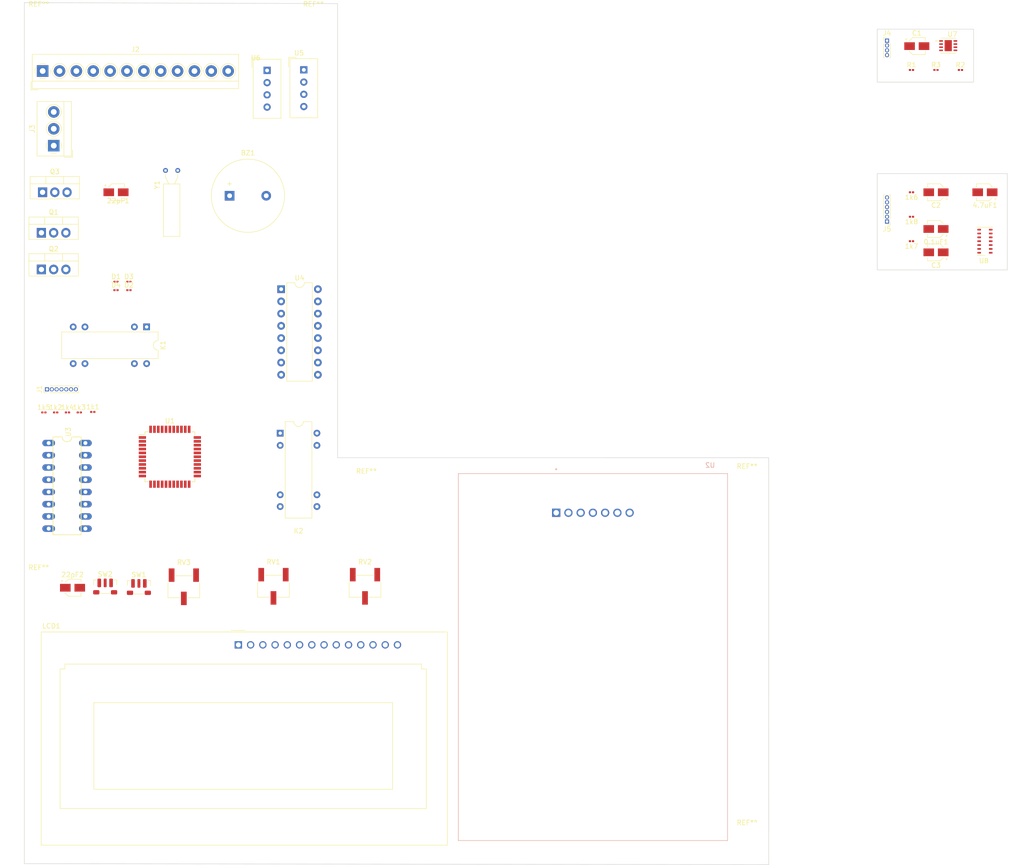
<source format=kicad_pcb>
(kicad_pcb (version 20211014) (generator pcbnew)
  (layers (0 "F.Cu" signal) (31 "B.Cu" signal) (34 "B.Paste" user) (35 "F.Paste" user) (36 "B.SilkS" user "B.Silkscreen") (37 "F.SilkS" user "F.Silkscreen") (38 "B.Mask" user) (39 "F.Mask" user) (44 "Edge.Cuts" user))
  (net 0 "")
  (net 1 "/SCL")
  (net 2 "Net-(LCD1-Pad4)")
  (net 3 "Net-(LCD1-Pad6)")
  (net 4 "Net-(LCD1-Pad11)")
  (net 5 "Net-(LCD1-Pad12)")
  (net 6 "Net-(LCD1-Pad13)")
  (net 7 "Net-(LCD1-Pad14)")
  (net 8 "/stepper 3")
  (net 9 "/stepper 4")
  (net 10 "/stepper 11")
  (net 11 "/stepper 14")
  (net 12 "/solinoid 2")
  (net 13 "/solinoid 4")
  (net 14 "/EXPre")
  (net 15 "/TPre")
  (net 16 "Net-(1k1-Pad1)")
  (net 17 "Net-(1k1-Pad2)")
  (net 18 "Net-(1k2-Pad1)")
  (net 19 "Net-(1k3-Pad1)")
  (net 20 "Net-(1k4-Pad1)")
  (net 21 "Net-(1k4-Pad2)")
  (net 22 "Net-(1k5-Pad1)")
  (net 23 "Net-(1k5-Pad2)")
  (net 24 "Net-(D1-Pad1)")
  (net 25 "Net-(D2-Pad1)")
  (net 26 "/BL")
  (net 27 "/BPM")
  (net 28 "/AOP")
  (net 29 "Net-(BZ1-Pad2)")
  (net 30 "Net-(22pF2-Pad1)")
  (net 31 "Net-(22pF1-Pad1)")
  (net 32 "/RXD")
  (net 33 "/TXD")
  (net 34 "/PSUSig")
  (net 35 "+12V")
  (net 37 "/SDA")
  (net 38 "GND")
  (net 39 "+5V")
  (net 40 "Net-(R3-Pad1)")
  (net 41 "Net-(C1-Pad2)")
  (net 42 "Net-(C1-Pad1)")
  (net 44 "Net-(U1-Pad40)")
  (net 45 "Net-(U1-Pad41)")
  (net 46 "Net-(U1-Pad42)")
  (net 47 "Net-(U1-Pad43)")
  (net 48 "Net-(U1-Pad44)")
  (net 49 "Net-(U1-Pad1)")
  (net 50 "Net-(U1-Pad2)")
  (net 56 "Net-(1k6-Pad2)")
  (net 62 "Net-(U1-Pad23)")
  (net 63 "Net-(U1-Pad24)")
  (net 64 "Net-(U1-Pad25)")
  (net 65 "Net-(U1-Pad26)")
  (net 73 "Net-(C2-Pad2)")
  (net 75 "Net-(1k6-Pad1)")
  (net 76 "Net-(0.1uF1-Pad1)")
  (net 77 "Net-(J4-Pad4)")
  (net 78 "Net-(J4-Pad3)")
  (net 79 "Net-(1k7-Pad2)")
  (net 80 "Net-(1k8-Pad2)")
  (footprint "Diode_SMD:D_0201_0603Metric" (layer "F.Cu") (at 35.7 76.2)
    (fp_text reference "D2" (at 0 -1.05) (layer "F.SilkS"))
    (fp_text value "DIODE")
    (pad "1" smd roundrect (at -0.32 0) (size 0.46 0.4) (layers "F.Cu" "F.Mask") (net 25 "Net-(D2-Pad1)"))
    (pad "2" smd roundrect (at 0.32 0) (size 0.46 0.4) (layers "F.Cu" "F.Mask") (net 39 "+5V"))
  )
  (footprint "Potentiometer_SMD:Potentiometer_Bourns_3269W_Vertical" (layer "F.Cu") (at 65.7 137.7)
    (fp_text reference "RV1" (at 0 -5.06) (layer "F.SilkS"))
    (fp_text value "Oxcegen %")
    (pad "1" smd rect (at 2.54 -2.415) (size 1.19 2.79) (layers "F.Cu" "F.Paste" "F.Mask") (net 39 "+5V"))
    (pad "2" smd rect (at 0 2.415) (size 1.19 2.79) (layers "F.Cu" "F.Paste" "F.Mask") (net 28 "/AOP"))
    (pad "3" smd rect (at -2.54 -2.415) (size 1.19 2.79) (layers "F.Cu" "F.Paste" "F.Mask") (net 38 "GND"))
  )
  (footprint "Package_TO_SOT_THT:TO-220-3_Vertical" (layer "F.Cu") (at 17.54 71.91)
    (fp_text reference "Q2" (at 2.54 -4.27) (layer "F.SilkS"))
    (fp_text value "TIP41")
    (pad "1" thru_hole rect (at 0 0) (size 1.905 2) (drill 1.1) (layers *.Cu *.Mask) (net 21 "Net-(1k4-Pad2)"))
    (pad "2" thru_hole oval (at 2.54 0) (size 1.905 2) (drill 1.1) (layers *.Cu *.Mask) (net 24 "Net-(D1-Pad1)"))
    (pad "3" thru_hole oval (at 5.08 0) (size 1.905 2) (drill 1.1) (layers *.Cu *.Mask) (net 38 "GND"))
  )
  (footprint "Resistor_SMD:R_0201_0603Metric" (layer "F.Cu") (at 198.12 66.04 180)
    (fp_text reference "1k7" (at 0 -1.05) (layer "F.SilkS"))
    (fp_text value "R")
    (pad "1" smd roundrect (at -0.32 0 180) (size 0.46 0.4) (layers "F.Cu" "F.Mask") (net 75 "Net-(1k6-Pad1)"))
    (pad "2" smd roundrect (at 0.32 0 180) (size 0.46 0.4) (layers "F.Cu" "F.Mask") (net 79 "Net-(1k7-Pad2)"))
  )
  (footprint "Sensor:Aosong_DHT11_5.5x12.0_P2.54mm" (layer "F.Cu") (at 72 30.46)
    (fp_text reference "U5" (at -1 -3.5) (layer "F.SilkS"))
    (fp_text value "MPX4250")
    (pad "1" thru_hole rect (at 0 0) (size 1.5 1.5) (drill 0.8) (layers *.Cu *.Mask))
    (pad "2" thru_hole circle (at 0 2.54) (size 1.5 1.5) (drill 0.8) (layers *.Cu *.Mask) (net 39 "+5V"))
    (pad "3" thru_hole circle (at 0 5.08) (size 1.5 1.5) (drill 0.8) (layers *.Cu *.Mask) (net 38 "GND"))
    (pad "4" thru_hole circle (at 0 7.62) (size 1.5 1.5) (drill 0.8) (layers *.Cu *.Mask) (net 15 "/TPre"))
  )
  (footprint "Potentiometer_SMD:Potentiometer_Bourns_3269W_Vertical" (layer "F.Cu") (at 47.1 137.8)
    (fp_text reference "RV3" (at 0 -5.06) (layer "F.SilkS"))
    (fp_text value "Breath Length")
    (pad "1" smd rect (at 2.54 -2.415) (size 1.19 2.79) (layers "F.Cu" "F.Paste" "F.Mask") (net 39 "+5V"))
    (pad "2" smd rect (at 0 2.415) (size 1.19 2.79) (layers "F.Cu" "F.Paste" "F.Mask") (net 26 "/BL"))
    (pad "3" smd rect (at -2.54 -2.415) (size 1.19 2.79) (layers "F.Cu" "F.Paste" "F.Mask") (net 38 "GND"))
  )
  (footprint "Resistor_SMD:R_0201_0603Metric" (layer "F.Cu") (at 28.2 101.5)
    (fp_text reference "1k1" (at 0 -1.05) (layer "F.SilkS"))
    (fp_text value "R")
    (pad "1" smd roundrect (at -0.32 0) (size 0.46 0.4) (layers "F.Cu" "F.Mask") (net 16 "Net-(1k1-Pad1)"))
    (pad "2" smd roundrect (at 0.32 0) (size 0.46 0.4) (layers "F.Cu" "F.Mask") (net 17 "Net-(1k1-Pad2)"))
  )
  (footprint "Package_DIP:DIP-16_W7.62mm" (layer "F.Cu") (at 67.3 76)
    (fp_text reference "U4" (at 3.81 -2.33) (layer "F.SilkS"))
    (fp_text value "L293D")
    (pad "1" thru_hole rect (at 0 0) (size 1.6 1.6) (drill 0.8) (layers *.Cu *.Mask) (net 39 "+5V"))
    (pad "2" thru_hole oval (at 0 2.54) (size 1.6 1.6) (drill 0.8) (layers *.Cu *.Mask) (net 64 "Net-(U1-Pad25)"))
    (pad "3" thru_hole oval (at 0 5.08) (size 1.6 1.6) (drill 0.8) (layers *.Cu *.Mask) (net 8 "/stepper 3"))
    (pad "4" thru_hole oval (at 0 7.62) (size 1.6 1.6) (drill 0.8) (layers *.Cu *.Mask) (net 38 "GND"))
    (pad "5" thru_hole oval (at 0 10.16) (size 1.6 1.6) (drill 0.8) (layers *.Cu *.Mask) (net 38 "GND"))
    (pad "6" thru_hole oval (at 0 12.7) (size 1.6 1.6) (drill 0.8) (layers *.Cu *.Mask) (net 9 "/stepper 4"))
    (pad "7" thru_hole oval (at 0 15.24) (size 1.6 1.6) (drill 0.8) (layers *.Cu *.Mask) (net 65 "Net-(U1-Pad26)"))
    (pad "8" thru_hole oval (at 0 17.78) (size 1.6 1.6) (drill 0.8) (layers *.Cu *.Mask) (net 35 "+12V"))
    (pad "9" thru_hole oval (at 7.62 17.78) (size 1.6 1.6) (drill 0.8) (layers *.Cu *.Mask) (net 39 "+5V"))
    (pad "10" thru_hole oval (at 7.62 15.24) (size 1.6 1.6) (drill 0.8) (layers *.Cu *.Mask) (net 62 "Net-(U1-Pad23)"))
    (pad "11" thru_hole oval (at 7.62 12.7) (size 1.6 1.6) (drill 0.8) (layers *.Cu *.Mask) (net 10 "/stepper 11"))
    (pad "12" thru_hole oval (at 7.62 10.16) (size 1.6 1.6) (drill 0.8) (layers *.Cu *.Mask) (net 38 "GND"))
    (pad "13" thru_hole oval (at 7.62 7.62) (size 1.6 1.6) (drill 0.8) (layers *.Cu *.Mask) (net 38 "GND"))
    (pad "14" thru_hole oval (at 7.62 5.08) (size 1.6 1.6) (drill 0.8) (layers *.Cu *.Mask) (net 11 "/stepper 14"))
    (pad "15" thru_hole oval (at 7.62 2.54) (size 1.6 1.6) (drill 0.8) (layers *.Cu *.Mask) (net 63 "Net-(U1-Pad24)"))
    (pad "16" thru_hole oval (at 7.62 0) (size 1.6 1.6) (drill 0.8) (layers *.Cu *.Mask) (net 39 "+5V"))
  )
  (footprint "Buzzer_Beeper:Buzzer_15x7.5RM7.6" (layer "F.Cu") (at 56.6 56.6)
    (fp_text reference "BZ1" (at 3.81 -8.89) (layer "F.SilkS"))
    (fp_text value "Buzzer")
    (fp_text user "+" (at -0.01 -2.54) (layer "F.SilkS"))
    (pad "1" thru_hole rect (at 0 0) (size 2 2) (drill 1) (layers *.Cu *.Mask) (net 39 "+5V"))
    (pad "2" thru_hole circle (at 7.6 0) (size 2 2) (drill 1) (layers *.Cu *.Mask) (net 29 "Net-(BZ1-Pad2)"))
  )
  (footprint "footprint:SON65P300X300X80-9N" (layer "F.Cu") (at 205.74 25.43)
    (fp_text reference "U7" (at 0.865 -2.362) (layer "F.SilkS"))
    (fp_text value "MAX30205MTA+")
    (pad "1" smd roundrect locked (at -1.485 -0.975) (size 0.76 0.32) (layers "F.Cu" "F.Paste" "F.Mask") (roundrect_rratio 0.04) (net 77 "Net-(J4-Pad4)"))
    (pad "2" smd roundrect locked (at -1.485 -0.325) (size 0.76 0.32) (layers "F.Cu" "F.Paste" "F.Mask") (roundrect_rratio 0.04) (net 78 "Net-(J4-Pad3)"))
    (pad "3" smd roundrect locked (at -1.485 0.325) (size 0.76 0.32) (layers "F.Cu" "F.Paste" "F.Mask") (roundrect_rratio 0.04) (net 40 "Net-(R3-Pad1)"))
    (pad "4" smd roundrect locked (at -1.485 0.975) (size 0.76 0.32) (layers "F.Cu" "F.Paste" "F.Mask") (roundrect_rratio 0.04) (net 41 "Net-(C1-Pad2)"))
    (pad "5" smd roundrect locked (at 1.485 0.975) (size 0.76 0.32) (layers "F.Cu" "F.Paste" "F.Mask") (roundrect_rratio 0.04) (net 41 "Net-(C1-Pad2)"))
    (pad "6" smd roundrect locked (at 1.485 0.325) (size 0.76 0.32) (layers "F.Cu" "F.Paste" "F.Mask") (roundrect_rratio 0.04) (net 41 "Net-(C1-Pad2)"))
    (pad "7" smd roundrect locked (at 1.485 -0.325) (size 0.76 0.32) (layers "F.Cu" "F.Paste" "F.Mask") (roundrect_rratio 0.04) (net 41 "Net-(C1-Pad2)"))
    (pad "8" smd roundrect locked (at 1.485 -0.975) (size 0.76 0.32) (layers "F.Cu" "F.Paste" "F.Mask") (roundrect_rratio 0.04) (net 42 "Net-(C1-Pad1)"))
    (pad "9" smd rect locked (at 0 0) (size 1.5 2.3) (layers "F.Cu" "F.Mask"))
  )
  (footprint "MountingHole:MountingHole_2.1mm" (layer "F.Cu") (at 164 190)
    (fp_text reference "REF**" (at 0 -3.2) (layer "F.SilkS"))
    (fp_text value "MountingHole_2.1mm")
    (pad "" np_thru_hole circle (at 0 0) (size 2.1 2.1) (drill 2.1) (layers *.Cu *.Mask))
  )
  (footprint "Display:LM16255" (layer "F.Cu") (at 58.42 149.86)
    (fp_text reference "LCD1" (at -38.83 -3.91) (layer "F.SilkS"))
    (fp_text value "LM16255K")
    (pad "" np_thru_hole circle (at -36.78 1.46 180) (size 2.5 2.5) (drill 2.5) (layers *.Cu *.Mask))
    (pad "" np_thru_hole circle (at 39.22 1.46 180) (size 2.5 2.5) (drill 2.5) (layers *.Cu *.Mask))
    (pad "" np_thru_hole circle (at -38.28 37.46 180) (size 2.5 2.5) (drill 2.5) (layers *.Cu *.Mask))
    (pad "" np_thru_hole circle (at 40.72 37.46 180) (size 2.5 2.5) (drill 2.5) (layers *.Cu *.Mask))
    (pad "1" thru_hole rect (at 0 0 180) (size 1.524 1.524) (drill 1.016) (layers *.Cu *.Mask) (net 38 "GND"))
    (pad "2" thru_hole circle (at 2.54 0 180) (size 1.524 1.524) (drill 1.016) (layers *.Cu *.Mask) (net 39 "+5V"))
    (pad "3" thru_hole circle (at 5.08 0 180) (size 1.524 1.524) (drill 1.016) (layers *.Cu *.Mask))
    (pad "4" thru_hole circle (at 7.62 0 180) (size 1.524 1.524) (drill 1.016) (layers *.Cu *.Mask) (net 2 "Net-(LCD1-Pad4)"))
    (pad "5" thru_hole circle (at 10.16 0 180) (size 1.524 1.524) (drill 1.016) (layers *.Cu *.Mask) (net 38 "GND"))
    (pad "6" thru_hole circle (at 12.7 0 180) (size 1.524 1.524) (drill 1.016) (layers *.Cu *.Mask) (net 3 "Net-(LCD1-Pad6)"))
    (pad "7" thru_hole circle (at 15.24 0 180) (size 1.524 1.524) (drill 1.016) (layers *.Cu *.Mask) (net 38 "GND"))
    (pad "8" thru_hole circle (at 17.78 0 180) (size 1.524 1.524) (drill 1.016) (layers *.Cu *.Mask) (net 38 "GND"))
    (pad "9" thru_hole circle (at 20.32 0 180) (size 1.524 1.524) (drill 1.016) (layers *.Cu *.Mask) (net 38 "GND"))
    (pad "10" thru_hole circle (at 22.86 0 180) (size 1.524 1.524) (drill 1.016) (layers *.Cu *.Mask) (net 38 "GND"))
    (pad "11" thru_hole circle (at 25.4 0 180) (size 1.524 1.524) (drill 1.016) (layers *.Cu *.Mask) (net 4 "Net-(LCD1-Pad11)"))
    (pad "12" thru_hole circle (at 27.94 0 180) (size 1.524 1.524) (drill 1.016) (layers *.Cu *.Mask) (net 5 "Net-(LCD1-Pad12)"))
    (pad "13" thru_hole circle (at 30.48 0 180) (size 1.524 1.524) (drill 1.016) (layers *.Cu *.Mask) (net 6 "Net-(LCD1-Pad13)"))
    (pad "14" thru_hole circle (at 33.02 0 180) (size 1.524 1.524) (drill 1.016) (layers *.Cu *.Mask) (net 7 "Net-(LCD1-Pad14)"))
  )
  (footprint "Connector_PinHeader_1.00mm:PinHeader_1x04_P1.00mm_Vertical" (layer "F.Cu") (at 193.04 24.4)
    (fp_text reference "J4" (at 0 -1.56) (layer "F.SilkS"))
    (fp_text value "Conn_01x04_Female")
    (pad "1" thru_hole rect (at 0 0) (size 0.85 0.85) (drill 0.5) (layers *.Cu *.Mask) (net 42 "Net-(C1-Pad1)"))
    (pad "2" thru_hole oval (at 0 1) (size 0.85 0.85) (drill 0.5) (layers *.Cu *.Mask) (net 41 "Net-(C1-Pad2)"))
    (pad "3" thru_hole oval (at 0 2) (size 0.85 0.85) (drill 0.5) (layers *.Cu *.Mask) (net 78 "Net-(J4-Pad3)"))
    (pad "4" thru_hole oval (at 0 3) (size 0.85 0.85) (drill 0.5) (layers *.Cu *.Mask) (net 77 "Net-(J4-Pad4)"))
  )
  (footprint "Diode_SMD:D_0201_0603Metric" (layer "F.Cu") (at 33.02 76.2)
    (fp_text reference "D4" (at 0 -1.05) (layer "F.SilkS"))
    (fp_text value "DIODE")
    (pad "1" smd roundrect (at -0.32 0) (size 0.46 0.4) (layers "F.Cu" "F.Mask") (net 38 "GND"))
    (pad "2" smd roundrect (at 0.32 0) (size 0.46 0.4) (layers "F.Cu" "F.Mask") (net 13 "/solinoid 4"))
  )
  (footprint "OptoDevice:Maxim_OLGA-14_3.3x5.6mm_P0.8mm" (layer "F.Cu") (at 213.36 66.04 180)
    (fp_text reference "U8" (at 0.22 -4.07) (layer "F.SilkS"))
    (fp_text value "MAX30102")
    (pad "1" smd roundrect (at -1.2 -2.4 180) (size 0.75 0.35) (layers "F.Cu" "F.Paste" "F.Mask"))
    (pad "2" smd roundrect (at -1.2 -1.6 180) (size 0.75 0.35) (layers "F.Cu" "F.Paste" "F.Mask") (net 79 "Net-(1k7-Pad2)"))
    (pad "3" smd roundrect (at -1.2 -0.8 180) (size 0.75 0.35) (layers "F.Cu" "F.Paste" "F.Mask") (net 80 "Net-(1k8-Pad2)"))
    (pad "4" smd roundrect (at -1.2 0 180) (size 0.75 0.35) (layers "F.Cu" "F.Paste" "F.Mask") (net 76 "Net-(0.1uF1-Pad1)"))
    (pad "5" smd roundrect (at -1.2 0.8 180) (size 0.75 0.35) (layers "F.Cu" "F.Paste" "F.Mask"))
    (pad "6" smd roundrect (at -1.2 1.6 180) (size 0.75 0.35) (layers "F.Cu" "F.Paste" "F.Mask"))
    (pad "7" smd roundrect (at -1.2 2.4 180) (size 0.75 0.35) (layers "F.Cu" "F.Paste" "F.Mask"))
    (pad "8" smd roundrect (at 1.2 2.4 180) (size 0.75 0.35) (layers "F.Cu" "F.Paste" "F.Mask"))
    (pad "9" smd roundrect (at 1.2 1.6 180) (size 0.75 0.35) (layers "F.Cu" "F.Paste" "F.Mask") (net 73 "Net-(C2-Pad2)"))
    (pad "10" smd roundrect (at 1.2 0.8 180) (size 0.75 0.35) (layers "F.Cu" "F.Paste" "F.Mask") (net 73 "Net-(C2-Pad2)"))
    (pad "11" smd roundrect (at 1.2 0 180) (size 0.75 0.35) (layers "F.Cu" "F.Paste" "F.Mask") (net 76 "Net-(0.1uF1-Pad1)"))
    (pad "12" smd roundrect (at 1.2 -0.8 180) (size 0.75 0.35) (layers "F.Cu" "F.Paste" "F.Mask") (net 76 "Net-(0.1uF1-Pad1)"))
    (pad "13" smd roundrect (at 1.2 -1.6 180) (size 0.75 0.35) (layers "F.Cu" "F.Paste" "F.Mask") (net 56 "Net-(1k6-Pad2)"))
    (pad "14" smd roundrect (at 1.2 -2.4 180) (size 0.75 0.35) (layers "F.Cu" "F.Paste" "F.Mask"))
  )
  (footprint "Diode_SMD:D_0201_0603Metric" (layer "F.Cu") (at 35.7 74.45)
    (fp_text reference "D3" (at 0 -1.05) (layer "F.SilkS"))
    (fp_text value "DIODE")
    (pad "1" smd roundrect (at -0.32 0) (size 0.46 0.4) (layers "F.Cu" "F.Mask") (net 38 "GND"))
    (pad "2" smd roundrect (at 0.32 0) (size 0.46 0.4) (layers "F.Cu" "F.Mask") (net 12 "/solinoid 2"))
  )
  (footprint "Package_QFP:TQFP-44_10x10mm_P0.8mm" (layer "F.Cu") (at 44.2 110.8)
    (fp_text reference "U1" (at 0 -7.45) (layer "F.SilkS"))
    (fp_text value "ATmega32-16A")
    (pad "1" smd rect (at -5.7 -4) (size 1.5 0.55) (layers "F.Cu" "F.Paste" "F.Mask") (net 49 "Net-(U1-Pad1)"))
    (pad "2" smd rect (at -5.7 -3.2) (size 1.5 0.55) (layers "F.Cu" "F.Paste" "F.Mask") (net 50 "Net-(U1-Pad2)"))
    (pad "3" smd rect (at -5.7 -2.4) (size 1.5 0.55) (layers "F.Cu" "F.Paste" "F.Mask"))
    (pad "4" smd rect (at -5.7 -1.6) (size 1.5 0.55) (layers "F.Cu" "F.Paste" "F.Mask"))
    (pad "5" smd rect (at -5.7 -0.8) (size 1.5 0.55) (layers "F.Cu" "F.Paste" "F.Mask") (net 39 "+5V"))
    (pad "6" smd rect (at -5.7 0) (size 1.5 0.55) (layers "F.Cu" "F.Paste" "F.Mask") (net 38 "GND"))
    (pad "7" smd rect (at -5.7 0.8) (size 1.5 0.55) (layers "F.Cu" "F.Paste" "F.Mask") (net 30 "Net-(22pF2-Pad1)"))
    (pad "8" smd rect (at -5.7 1.6) (size 1.5 0.55) (layers "F.Cu" "F.Paste" "F.Mask") (net 31 "Net-(22pF1-Pad1)"))
    (pad "9" smd rect (at -5.7 2.4) (size 1.5 0.55) (layers "F.Cu" "F.Paste" "F.Mask") (net 32 "/RXD"))
    (pad "10" smd rect (at -5.7 3.2) (size 1.5 0.55) (layers "F.Cu" "F.Paste" "F.Mask") (net 33 "/TXD"))
    (pad "11" smd rect (at -5.7 4) (size 1.5 0.55) (layers "F.Cu" "F.Paste" "F.Mask") (net 18 "Net-(1k2-Pad1)"))
    (pad "12" smd rect (at -4 5.7 90) (size 1.5 0.55) (layers "F.Cu" "F.Paste" "F.Mask") (net 19 "Net-(1k3-Pad1)"))
    (pad "13" smd rect (at -3.2 5.7 90) (size 1.5 0.55) (layers "F.Cu" "F.Paste" "F.Mask") (net 16 "Net-(1k1-Pad1)"))
    (pad "14" smd rect (at -2.4 5.7 90) (size 1.5 0.55) (layers "F.Cu" "F.Paste" "F.Mask"))
    (pad "15" smd rect (at -1.6 5.7 90) (size 1.5 0.55) (layers "F.Cu" "F.Paste" "F.Mask"))
    (pad "16" smd rect (at -0.8 5.7 90) (size 1.5 0.55) (layers "F.Cu" "F.Paste" "F.Mask"))
    (pad "17" smd rect (at 0 5.7 90) (size 1.5 0.55) (layers "F.Cu" "F.Paste" "F.Mask") (net 39 "+5V"))
    (pad "18" smd rect (at 0.8 5.7 90) (size 1.5 0.55) (layers "F.Cu" "F.Paste" "F.Mask") (net 38 "GND"))
    (pad "19" smd rect (at 1.6 5.7 90) (size 1.5 0.55) (layers "F.Cu" "F.Paste" "F.Mask") (net 1 "/SCL"))
    (pad "20" smd rect (at 2.4 5.7 90) (size 1.5 0.55) (layers "F.Cu" "F.Paste" "F.Mask") (net 37 "/SDA"))
    (pad "21" smd rect (at 3.2 5.7 90) (size 1.5 0.55) (layers "F.Cu" "F.Paste" "F.Mask") (net 20 "Net-(1k4-Pad1)"))
    (pad "22" smd rect (at 4 5.7 90) (size 1.5 0.55) (layers "F.Cu" "F.Paste" "F.Mask") (net 22 "Net-(1k5-Pad1)"))
    (pad "23" smd rect (at 5.7 4) (size 1.5 0.55) (layers "F.Cu" "F.Paste" "F.Mask") (net 62 "Net-(U1-Pad23)"))
    (pad "24" smd rect (at 5.7 3.2) (size 1.5 0.55) (layers "F.Cu" "F.Paste" "F.Mask") (net 63 "Net-(U1-Pad24)"))
    (pad "25" smd rect (at 5.7 2.4) (size 1.5 0.55) (layers "F.Cu" "F.Paste" "F.Mask") (net 64 "Net-(U1-Pad25)"))
    (pad "26" smd rect (at 5.7 1.6) (size 1.5 0.55) (layers "F.Cu" "F.Paste" "F.Mask") (net 65 "Net-(U1-Pad26)"))
    (pad "27" smd rect (at 5.7 0.8) (size 1.5 0.55) (layers "F.Cu" "F.Paste" "F.Mask") (net 39 "+5V"))
    (pad "28" smd rect (at 5.7 0) (size 1.5 0.55) (layers "F.Cu" "F.Paste" "F.Mask") (net 38 "GND"))
    (pad "29" smd rect (at 5.7 -0.8) (size 1.5 0.55) (layers "F.Cu" "F.Paste" "F.Mask") (net 39 "+5V"))
    (pad "30" smd rect (at 5.7 -1.6) (size 1.5 0.55) (layers "F.Cu" "F.Paste" "F.Mask") (net 34 "/PSUSig"))
    (pad "31" smd rect (at 5.7 -2.4) (size 1.5 0.55) (layers "F.Cu" "F.Paste" "F.Mask"))
    (pad "32" smd rect (at 5.7 -3.2) (size 1.5 0.55) (layers "F.Cu" "F.Paste" "F.Mask"))
    (pad "33" smd rect (at 5.7 -4) (size 1.5 0.55) (layers "F.Cu" "F.Paste" "F.Mask") (net 28 "/AOP"))
    (pad "34" smd rect (at 4 -5.7 90) (size 1.5 0.55) (layers "F.Cu" "F.Paste" "F.Mask") (net 26 "/BL"))
    (pad "35" smd rect (at 3.2 -5.7 90) (size 1.5 0.55) (layers "F.Cu" "F.Paste" "F.Mask") (net 14 "/EXPre"))
    (pad "36" smd rect (at 2.4 -5.7 90) (size 1.5 0.55) (layers "F.Cu" "F.Paste" "F.Mask") (net 15 "/TPre"))
    (pad "37" smd rect (at 1.6 -5.7 90) (size 1.5 0.55) (layers "F.Cu" "F.Paste" "F.Mask") (net 27 "/BPM"))
    (pad "38" smd rect (at 0.8 -5.7 90) (size 1.5 0.55) (layers "F.Cu" "F.Paste" "F.Mask") (net 39 "+5V"))
    (pad "39" smd rect (at 0 -5.7 90) (size 1.5 0.55) (layers "F.Cu" "F.Paste" "F.Mask") (net 38 "GND"))
    (pad "40" smd rect (at -0.8 -5.7 90) (size 1.5 0.55) (layers "F.Cu" "F.Paste" "F.Mask") (net 44 "Net-(U1-Pad40)"))
    (pad "41" smd rect (at -1.6 -5.7 90) (size 1.5 0.55) (layers "F.Cu" "F.Paste" "F.Mask") (net 45 "Net-(U1-Pad41)"))
    (pad "42" smd rect (at -2.4 -5.7 90) (size 1.5 0.55) (layers "F.Cu" "F.Paste" "F.Mask") (net 46 "Net-(U1-Pad42)"))
    (pad "43" smd rect (at -3.2 -5.7 90) (size 1.5 0.55) (layers "F.Cu" "F.Paste" "F.Mask") (net 47 "Net-(U1-Pad43)"))
    (pad "44" smd rect (at -4 -5.7 90) (size 1.5 0.55) (layers "F.Cu" "F.Paste" "F.Mask") (net 48 "Net-(U1-Pad44)"))
  )
  (footprint "Button_Switch_SMD:SW_Push_1P1T-MP_NO_Horizontal_Alps_SKRTLAE010" (layer "F.Cu") (at 30.775 137.9)
    (fp_text reference "SW2" (at 0 -2.7 180) (layer "F.SilkS"))
    (fp_text value "Power")
    (pad "" np_thru_hole circle (at -2.125 0) (size 0.9 0.9) (drill 0.9) (layers *.Cu *.Mask))
    (pad "" np_thru_hole circle (at 2.125 0) (size 0.9 0.9) (drill 0.9) (layers *.Cu *.Mask))
    (pad "1" smd roundrect (at -1.225 -0.9) (size 0.75 1.8) (layers "F.Cu" "F.Paste" "F.Mask") (net 19 "Net-(1k3-Pad1)"))
    (pad "1" smd roundrect (at 1.225 -0.9) (size 0.75 1.8) (layers "F.Cu" "F.Paste" "F.Mask") (net 19 "Net-(1k3-Pad1)"))
    (pad "2" smd roundrect (at 0 -0.9) (size 0.6 1.8) (layers "F.Cu" "F.Paste" "F.Mask") (net 39 "+5V"))
    (pad "MP" smd roundrect (at 1.85 1.05) (size 1.3 0.9) (layers "F.Cu" "F.Paste" "F.Mask"))
    (pad "MP" smd roundrect (at -1.85 1.05) (size 1.3 0.9) (layers "F.Cu" "F.Paste" "F.Mask"))
  )
  (footprint "Capacitor_SMD:CP_Elec_3x5.3" (layer "F.Cu") (at 203.2 55.88 180)
    (fp_text reference "C2" (at 0 -2.7) (layer "F.SilkS"))
    (fp_text value "10uF")
    (pad "1" smd rect (at -1.5 0 180) (size 2.2 1.6) (layers "F.Cu" "F.Paste" "F.Mask") (net 76 "Net-(0.1uF1-Pad1)"))
    (pad "2" smd rect (at 1.5 0 180) (size 2.2 1.6) (layers "F.Cu" "F.Paste" "F.Mask") (net 73 "Net-(C2-Pad2)"))
  )
  (footprint "Relay_THT:Relay_StandexMeder_DIP_LowProfile" (layer "F.Cu") (at 39.38 83.84 -90)
    (fp_text reference "K1" (at 3.81 -3.39 90) (layer "F.SilkS"))
    (fp_text value "DIPxx-1Axx-11x")
    (pad "1" thru_hole rect (at 0 0 270) (size 1.4 1.4) (drill 0.7) (layers *.Cu *.Mask) (net 12 "/solinoid 2"))
    (pad "2" thru_hole circle (at 0 2.54 270) (size 1.4 1.4) (drill 0.7) (layers *.Cu *.Mask) (net 24 "Net-(D1-Pad1)"))
    (pad "6" thru_hole circle (at 0 12.8 270) (size 1.4 1.4) (drill 0.7) (layers *.Cu *.Mask) (net 39 "+5V"))
    (pad "7" thru_hole circle (at 0 15.24 270) (size 1.4 1.4) (drill 0.7) (layers *.Cu *.Mask) (net 35 "+12V"))
    (pad "8" thru_hole circle (at 7.62 15.24 270) (size 1.4 1.4) (drill 0.7) (layers *.Cu *.Mask) (net 35 "+12V"))
    (pad "9" thru_hole circle (at 7.62 12.8 270) (size 1.4 1.4) (drill 0.7) (layers *.Cu *.Mask))
    (pad "13" thru_hole circle (at 7.62 2.54 270) (size 1.4 1.4) (drill 0.7) (layers *.Cu *.Mask))
    (pad "14" thru_hole circle (at 7.62 0 270) (size 1.4 1.4) (drill 0.7) (layers *.Cu *.Mask) (net 12 "/solinoid 2"))
  )
  (footprint "Capacitor_SMD:CP_Elec_3x5.3" (layer "F.Cu") (at 199.22 25.53)
    (fp_text reference "C1" (at 0 -2.7) (layer "F.SilkS"))
    (fp_text value "0.1uF")
    (pad "1" smd rect (at -1.5 0) (size 2.2 1.6) (layers "F.Cu" "F.Paste" "F.Mask") (net 42 "Net-(C1-Pad1)"))
    (pad "2" smd rect (at 1.5 0) (size 2.2 1.6) (layers "F.Cu" "F.Paste" "F.Mask") (net 41 "Net-(C1-Pad2)"))
  )
  (footprint "Crystal:Crystal_AT310_D3.0mm_L10.0mm_Horizontal" (layer "F.Cu") (at 43.3 51.35)
    (fp_text reference "Y1" (at -1.75 3 90) (layer "F.SilkS"))
    (fp_text value "Crystal")
    (pad "1" thru_hole circle (at 0 0) (size 1 1) (drill 0.5) (layers *.Cu *.Mask) (net 30 "Net-(22pF2-Pad1)"))
    (pad "2" thru_hole circle (at 2.54 0) (size 1 1) (drill 0.5) (layers *.Cu *.Mask) (net 31 "Net-(22pF1-Pad1)"))
  )
  (footprint "TerminalBlock_4Ucon:TerminalBlock_4Ucon_1x03_P3.50mm_Horizontal" (layer "F.Cu") (at 20.1 46.2 90)
    (fp_text reference "J3" (at 3.5 -4.46 90) (layer "F.SilkS"))
    (fp_text value "Screw_Terminal_01x03")
    (pad "1" thru_hole rect (at 0 0 90) (size 2.4 2.4) (drill 1.2) (layers *.Cu *.Mask) (net 35 "+12V"))
    (pad "2" thru_hole circle (at 3.5 0 90) (size 2.4 2.4) (drill 1.2) (layers *.Cu *.Mask) (net 39 "+5V"))
    (pad "3" thru_hole circle (at 7 0 90) (size 2.4 2.4) (drill 1.2) (layers *.Cu *.Mask) (net 38 "GND"))
  )
  (footprint "Package_TO_SOT_THT:TO-220-3_Vertical" (layer "F.Cu") (at 17.78 55.88)
    (fp_text reference "Q3" (at 2.54 -4.27) (layer "F.SilkS"))
    (fp_text value "TIP41")
    (pad "1" thru_hole rect (at 0 0) (size 1.905 2) (drill 1.1) (layers *.Cu *.Mask) (net 23 "Net-(1k5-Pad2)"))
    (pad "2" thru_hole oval (at 2.54 0) (size 1.905 2) (drill 1.1) (layers *.Cu *.Mask) (net 25 "Net-(D2-Pad1)"))
    (pad "3" thru_hole oval (at 5.08 0) (size 1.905 2) (drill 1.1) (layers *.Cu *.Mask) (net 38 "GND"))
  )
  (footprint "footprint:DIL16" (layer "F.Cu") (at 22.86 116.84 -90)
    (fp_text reference "U3" (at -11.18904 -0.2543 90) (layer "F.SilkS") (effects (font (size 1.001165 1.001165))))
    (fp_text value "PCF8574A")
    (pad "1" thru_hole oval locked (at -8.89 3.81 270) (size 1.3208 2.6416) (drill 0.8128) (layers *.Cu *.Mask) (net 38 "GND"))
    (pad "2" thru_hole oval locked (at -6.35 3.81 270) (size 1.3208 2.6416) (drill 0.8128) (layers *.Cu *.Mask) (net 38 "GND"))
    (pad "3" thru_hole oval locked (at -3.81 3.81 270) (size 1.3208 2.6416) (drill 0.8128) (layers *.Cu *.Mask) (net 38 "GND"))
    (pad "4" thru_hole oval locked (at -1.27 3.81 270) (size 1.3208 2.6416) (drill 0.8128) (layers *.Cu *.Mask) (net 2 "Net-(LCD1-Pad4)"))
    (pad "5" thru_hole oval locked (at 1.27 3.81 270) (size 1.3208 2.6416) (drill 0.8128) (layers *.Cu *.Mask) (net 3 "Net-(LCD1-Pad6)"))
    (pad "6" thru_hole oval locked (at 3.81 3.81 270) (size 1.3208 2.6416) (drill 0.8128) (layers *.Cu *.Mask))
    (pad "7" thru_hole oval locked (at 6.35 3.81 270) (size 1.3208 2.6416) (drill 0.8128) (layers *.Cu *.Mask))
    (pad "8" thru_hole oval locked (at 8.89 3.81 270) (size 1.3208 2.6416) (drill 0.8128) (layers *.Cu *.Mask) (net 38 "GND"))
    (pad "9" thru_hole oval locked (at 8.89 -3.81 270) (size 1.3208 2.6416) (drill 0.8128) (layers *.Cu *.Mask) (net 4 "Net-(LCD1-Pad11)"))
    (pad "10" thru_hole oval locked (at 6.35 -3.81 270) (size 1.3208 2.6416) (drill 0.8128) (layers *.Cu *.Mask) (net 5 "Net-(LCD1-Pad12)"))
    (pad "11" thru_hole oval locked (at 3.81 -3.81 270) (size 1.3208 2.6416) (drill 0.8128) (layers *.Cu *.Mask) (net 6 "Net-(LCD1-Pad13)"))
    (pad "12" thru_hole oval locked (at 1.27 -3.81 270) (size 1.3208 2.6416) (drill 0.8128) (layers *.Cu *.Mask) (net 7 "Net-(LCD1-Pad14)"))
    (pad "13" thru_hole oval locked (at -1.27 -3.81 270) (size 1.3208 2.6416) (drill 0.8128) (layers *.Cu *.Mask))
    (pad "14" thru_hole oval locked (at -3.81 -3.81 270) (size 1.3208 2.6416) (drill 0.8128) (layers *.Cu *.Mask) (net 1 "/SCL"))
    (pad "15" thru_hole oval locked (at -6.35 -3.81 270) (size 1.3208 2.6416) (drill 0.8128) (layers *.Cu *.Mask) (net 37 "/SDA"))
    (pad "16" thru_hole oval locked (at -8.89 -3.81 270) (size 1.3208 2.6416) (drill 0.8128) (layers *.Cu *.Mask) (net 39 "+5V"))
  )
  (footprint "MountingHole:MountingHole_2.1mm" (layer "F.Cu") (at 164 116)
    (fp_text reference "REF**" (at 0 -3.2) (layer "F.SilkS"))
    (fp_text value "MountingHole_2.1mm")
    (pad "" np_thru_hole circle (at 0 0) (size 2.1 2.1) (drill 2.1) (layers *.Cu *.Mask))
  )
  (footprint "MountingHole:MountingHole_2.1mm" (layer "F.Cu") (at 17 137)
    (fp_text reference "REF**" (at 0 -3.2) (layer "F.SilkS"))
    (fp_text value "MountingHole_2.1mm")
    (pad "" np_thru_hole circle (at 0 0) (size 2.1 2.1) (drill 2.1) (layers *.Cu *.Mask))
  )
  (footprint "Resistor_SMD:R_0201_0603Metric" (layer "F.Cu") (at 198.12 55.88 180)
    (fp_text reference "1k6" (at 0 -1.05) (layer "F.SilkS"))
    (fp_text value "R")
    (pad "1" smd roundrect (at -0.32 0 180) (size 0.46 0.4) (layers "F.Cu" "F.Mask") (net 75 "Net-(1k6-Pad1)"))
    (pad "2" smd roundrect (at 0.32 0 180) (size 0.46 0.4) (layers "F.Cu" "F.Mask") (net 56 "Net-(1k6-Pad2)"))
  )
  (footprint "MountingHole:MountingHole_2.1mm" (layer "F.Cu") (at 17 20)
    (fp_text reference "REF**" (at 0 -3.2) (layer "F.SilkS"))
    (fp_text value "MountingHole_2.1mm")
    (pad "" np_thru_hole circle (at 0 0) (size 2.1 2.1) (drill 2.1) (layers *.Cu *.Mask))
  )
  (footprint "Button_Switch_SMD:SW_Push_1P1T-MP_NO_Horizontal_Alps_SKRTLAE010" (layer "F.Cu") (at 37.775 138)
    (fp_text reference "SW1" (at 0 -2.7 180) (layer "F.SilkS"))
    (fp_text value "O2 Auto")
    (pad "" np_thru_hole circle (at 2.125 0) (size 0.9 0.9) (drill 0.9) (layers *.Cu *.Mask))
    (pad "" np_thru_hole circle (at -2.125 0) (size 0.9 0.9) (drill 0.9) (layers *.Cu *.Mask))
    (pad "1" smd roundrect (at -1.225 -0.9) (size 0.75 1.8) (layers "F.Cu" "F.Paste" "F.Mask") (net 18 "Net-(1k2-Pad1)"))
    (pad "1" smd roundrect (at 1.225 -0.9) (size 0.75 1.8) (layers "F.Cu" "F.Paste" "F.Mask") (net 18 "Net-(1k2-Pad1)"))
    (pad "2" smd roundrect (at 0 -0.9) (size 0.6 1.8) (layers "F.Cu" "F.Paste" "F.Mask") (net 39 "+5V"))
    (pad "MP" smd roundrect (at -1.85 1.05) (size 1.3 0.9) (layers "F.Cu" "F.Paste" "F.Mask"))
    (pad "MP" smd roundrect (at 1.85 1.05) (size 1.3 0.9) (layers "F.Cu" "F.Paste" "F.Mask"))
  )
  (footprint "Capacitor_SMD:CP_Elec_3x5.3" (layer "F.Cu") (at 203.2 63.5 180)
    (fp_text reference "0.1uF1" (at 0 -2.7) (layer "F.SilkS"))
    (fp_text value "CAP")
    (pad "1" smd rect (at -1.5 0 180) (size 2.2 1.6) (layers "F.Cu" "F.Paste" "F.Mask") (net 76 "Net-(0.1uF1-Pad1)"))
    (pad "2" smd rect (at 1.5 0 180) (size 2.2 1.6) (layers "F.Cu" "F.Paste" "F.Mask") (net 76 "Net-(0.1uF1-Pad1)"))
  )
  (footprint "Capacitor_SMD:CP_Elec_3x5.3" (layer "F.Cu") (at 24 138)
    (fp_text reference "22pF2" (at 0 -2.7) (layer "F.SilkS"))
    (fp_text value "CAP")
    (pad "1" smd rect (at -1.5 0) (size 2.2 1.6) (layers "F.Cu" "F.Paste" "F.Mask") (net 30 "Net-(22pF2-Pad1)"))
    (pad "2" smd rect (at 1.5 0) (size 2.2 1.6) (layers "F.Cu" "F.Paste" "F.Mask") (net 38 "GND"))
  )
  (footprint "Capacitor_SMD:CP_Elec_3x5.3" (layer "F.Cu") (at 33.02 55.88)
    (fp_text reference "22pF1" (at 0.444718 1.76) (layer "F.SilkS"))
    (fp_text value "CAP")
    (pad "1" smd rect (at -1.5 0) (size 2.2 1.6) (layers "F.Cu" "F.Paste" "F.Mask") (net 31 "Net-(22pF1-Pad1)"))
    (pad "2" smd rect (at 1.5 0) (size 2.2 1.6) (layers "F.Cu" "F.Paste" "F.Mask") (net 38 "GND"))
  )
  (footprint "Resistor_SMD:R_0201_0603Metric" (layer "F.Cu") (at 208.28 30.48)
    (fp_text reference "R2" (at 0 -1.05) (layer "F.SilkS"))
    (fp_text value "4.7k")
    (pad "1" smd roundrect (at -0.32 0) (size 0.46 0.4) (layers "F.Cu" "F.Mask") (net 78 "Net-(J4-Pad3)"))
    (pad "2" smd roundrect (at 0.32 0) (size 0.46 0.4) (layers "F.Cu" "F.Mask") (net 42 "Net-(C1-Pad1)"))
  )
  (footprint "Resistor_SMD:R_0201_0603Metric" (layer "F.Cu") (at 18.05 101.6)
    (fp_text reference "1k5" (at 0 -1.05) (layer "F.SilkS"))
    (fp_text value "R")
    (pad "1" smd roundrect (at -0.32 0) (size 0.46 0.4) (layers "F.Cu" "F.Mask") (net 22 "Net-(1k5-Pad1)"))
    (pad "2" smd roundrect (at 0.32 0) (size 0.46 0.4) (layers "F.Cu" "F.Mask") (net 23 "Net-(1k5-Pad2)"))
  )
  (footprint "Capacitor_SMD:CP_Elec_3x5.3" (layer "F.Cu") (at 213.36 55.88 180)
    (fp_text reference "4.7uF1" (at 0 -2.7) (layer "F.SilkS"))
    (fp_text value "CAP")
    (pad "1" smd rect (at -1.5 0 180) (size 2.2 1.6) (layers "F.Cu" "F.Paste" "F.Mask") (net 76 "Net-(0.1uF1-Pad1)"))
    (pad "2" smd rect (at 1.5 0 180) (size 2.2 1.6) (layers "F.Cu" "F.Paste" "F.Mask") (net 76 "Net-(0.1uF1-Pad1)"))
  )
  (footprint "MountingHole:MountingHole_2.1mm" (layer "F.Cu") (at 85 117)
    (fp_text reference "REF**" (at 0 -3.2) (layer "F.SilkS"))
    (fp_text value "MountingHole_2.1mm")
    (pad "" np_thru_hole circle (at 0 0) (size 2.1 2.1) (drill 2.1) (layers *.Cu *.Mask))
  )
  (footprint "Sensor:Aosong_DHT11_5.5x12.0_P2.54mm" (layer "F.Cu") (at 64.38 30.5725)
    (fp_text reference "U6" (at -2.355 -2.6) (layer "F.SilkS"))
    (fp_text value "MPX4250")
    (pad "1" thru_hole rect (at 0 0) (size 1.5 1.5) (drill 0.8) (layers *.Cu *.Mask))
    (pad "2" thru_hole circle (at 0 2.54) (size 1.5 1.5) (drill 0.8) (layers *.Cu *.Mask) (net 39 "+5V"))
    (pad "3" thru_hole circle (at 0 5.08) (size 1.5 1.5) (drill 0.8) (layers *.Cu *.Mask) (net 38 "GND"))
    (pad "4" thru_hole circle (at 0 7.62) (size 1.5 1.5) (drill 0.8) (layers *.Cu *.Mask) (net 14 "/EXPre"))
  )
  (footprint "Resistor_SMD:R_0201_0603Metric" (layer "F.Cu") (at 20.5 101.6)
    (fp_text reference "1k2" (at 0 -1.05) (layer "F.SilkS"))
    (fp_text value "R")
    (pad "1" smd roundrect (at -0.32 0) (size 0.46 0.4) (layers "F.Cu" "F.Mask") (net 18 "Net-(1k2-Pad1)"))
    (pad "2" smd roundrect (at 0.32 0) (size 0.46 0.4) (layers "F.Cu" "F.Mask") (net 38 "GND"))
  )
  (footprint "Diode_SMD:D_0201_0603Metric" (layer "F.Cu") (at 33.02 74.45)
    (fp_text reference "D1" (at 0 -1.05) (layer "F.SilkS"))
    (fp_text value "DIODE")
    (pad "1" smd roundrect (at -0.32 0) (size 0.46 0.4) (layers "F.Cu" "F.Mask") (net 24 "Net-(D1-Pad1)"))
    (pad "2" smd roundrect (at 0.32 0) (size 0.46 0.4) (layers "F.Cu" "F.Mask") (net 39 "+5V"))
  )
  (footprint "Relay_THT:Relay_StandexMeder_DIP_LowProfile" (layer "F.Cu") (at 67.1 105.9)
    (fp_text reference "K2" (at 3.8 20.3) (layer "F.SilkS"))
    (fp_text value "DIPxx-1Axx-11x")
    (pad "1" thru_hole rect (at 0 0) (size 1.4 1.4) (drill 0.7) (layers *.Cu *.Mask) (net 13 "/solinoid 4"))
    (pad "2" thru_hole circle (at 0 2.54) (size 1.4 1.4) (drill 0.7) (layers *.Cu *.Mask) (net 25 "Net-(D2-Pad1)"))
    (pad "6" thru_hole circle (at 0 12.8) (size 1.4 1.4) (drill 0.7) (layers *.Cu *.Mask) (net 39 "+5V"))
    (pad "7" thru_hole circle (at 0 15.24) (size 1.4 1.4) (drill 0.7) (layers *.Cu *.Mask) (net 35 "+12V"))
    (pad "8" thru_hole circle (at 7.62 15.24) (size 1.4 1.4) (drill 0.7) (layers *.Cu *.Mask) (net 35 "+12V"))
    (pad "9" thru_hole circle (at 7.62 12.8) (size 1.4 1.4) (drill 0.7) (layers *.Cu *.Mask))
    (pad "13" thru_hole circle (at 7.62 2.54) (size 1.4 1.4) (drill 0.7) (layers *.Cu *.Mask))
    (pad "14" thru_hole circle (at 7.62 0) (size 1.4 1.4) (drill 0.7) (layers *.Cu *.Mask) (net 13 "/solinoid 4"))
  )
  (footprint "Potentiometer_SMD:Potentiometer_Bourns_3269W_Vertical" (layer "F.Cu") (at 84.7 137.7)
    (fp_text reference "RV2" (at 0 -5.06) (layer "F.SilkS"))
    (fp_text value "BPM")
    (pad "1" smd rect (at 2.54 -2.415) (size 1.19 2.79) (layers "F.Cu" "F.Paste" "F.Mask") (net 39 "+5V"))
    (pad "2" smd rect (at 0 2.415) (size 1.19 2.79) (layers "F.Cu" "F.Paste" "F.Mask") (net 27 "/BPM"))
    (pad "3" smd rect (at -2.54 -2.415) (size 1.19 2.79) (layers "F.Cu" "F.Paste" "F.Mask") (net 38 "GND"))
  )
  (footprint "Resistor_SMD:R_0201_0603Metric" (layer "F.Cu") (at 203.2 30.48)
    (fp_text reference "R3" (at 0 -1.05) (layer "F.SilkS"))
    (fp_text value "4.7k")
    (pad "1" smd roundrect (at -0.32 0) (size 0.46 0.4) (layers "F.Cu" "F.Mask") (net 40 "Net-(R3-Pad1)"))
    (pad "2" smd roundrect (at 0.32 0) (size 0.46 0.4) (layers "F.Cu" "F.Mask") (net 42 "Net-(C1-Pad1)"))
  )
  (footprint "TerminalBlock_4Ucon:TerminalBlock_4Ucon_1x12_P3.50mm_Horizontal" (layer "F.Cu") (at 17.8 30.7)
    (fp_text reference "J2" (at 19.25 -4.46) (layer "F.SilkS"))
    (fp_text value "Screw_Terminal_01x12")
    (pad "1" thru_hole rect (at 0 0) (size 2.4 2.4) (drill 1.2) (layers *.Cu *.Mask) (net 8 "/stepper 3"))
    (pad "2" thru_hole circle (at 3.5 0) (size 2.4 2.4) (drill 1.2) (layers *.Cu *.Mask) (net 9 "/stepper 4"))
    (pad "3" thru_hole circle (at 7 0) (size 2.4 2.4) (drill 1.2) (layers *.Cu *.Mask) (net 10 "/stepper 11"))
    (pad "4" thru_hole circle (at 10.5 0) (size 2.4 2.4) (drill 1.2) (layers *.Cu *.Mask) (net 11 "/stepper 14"))
    (pad "5" thru_hole circle (at 14 0) (size 2.4 2.4) (drill 1.2) (layers *.Cu *.Mask) (net 8 "/stepper 3"))
    (pad "6" thru_hole circle (at 17.5 0) (size 2.4 2.4) (drill 1.2) (layers *.Cu *.Mask) (net 9 "/stepper 4"))
    (pad "7" thru_hole circle (at 21 0) (size 2.4 2.4) (drill 1.2) (layers *.Cu *.Mask) (net 10 "/stepper 11"))
    (pad "8" thru_hole circle (at 24.5 0) (size 2.4 2.4) (drill 1.2) (layers *.Cu *.Mask) (net 11 "/stepper 14"))
    (pad "9" thru_hole circle (at 28 0) (size 2.4 2.4) (drill 1.2) (layers *.Cu *.Mask) (net 38 "GND"))
    (pad "10" thru_hole circle (at 31.5 0) (size 2.4 2.4) (drill 1.2) (layers *.Cu *.Mask) (net 12 "/solinoid 2"))
    (pad "11" thru_hole circle (at 35 0) (size 2.4 2.4) (drill 1.2) (layers *.Cu *.Mask) (net 38 "GND"))
    (pad "12" thru_hole circle (at 38.5 0) (size 2.4 2.4) (drill 1.2) (layers *.Cu *.Mask) (net 13 "/solinoid 4"))
  )
  (footprint "Connector_PinHeader_1.00mm:PinHeader_1x07_P1.00mm_Vertical" (layer "F.Cu") (at 18.7 96.8 90)
    (fp_text reference "J1" (at 0 -1.56 90) (layer "F.SilkS"))
    (fp_text value "Conn_01x07_Female")
    (pad "1" thru_hole rect (at 0 0 90) (size 0.85 0.85) (drill 0.5) (layers *.Cu *.Mask) (net 32 "/RXD"))
    (pad "2" thru_hole oval (at 0 1 90) (size 0.85 0.85) (drill 0.5) (layers *.Cu *.Mask) (net 33 "/TXD"))
    (pad "3" thru_hole oval (at 0 2 90) (size 0.85 0.85) (drill 0.5) (layers *.Cu *.Mask) (net 1 "/SCL"))
    (pad "4" thru_hole oval (at 0 3 90) (size 0.85 0.85) (drill 0.5) (layers *.Cu *.Mask) (net 37 "/SDA"))
    (pad "5" thru_hole oval (at 0 4 90) (size 0.85 0.85) (drill 0.5) (layers *.Cu *.Mask) (net 1 "/SCL"))
    (pad "6" thru_hole oval (at 0 5 90) (size 0.85 0.85) (drill 0.5) (layers *.Cu *.Mask) (net 37 "/SDA"))
    (pad "7" thru_hole oval (at 0 6 90) (size 0.85 0.85) (drill 0.5) (layers *.Cu *.Mask) (net 34 "/PSUSig"))
  )
  (footprint "Resistor_SMD:R_0201_0603Metric" (layer "F.Cu") (at 198.12 60.96 180)
    (fp_text reference "1k8" (at 0 -1.05) (layer "F.SilkS"))
    (fp_text value "R")
    (pad "1" smd roundrect (at -0.32 0 180) (size 0.46 0.4) (layers "F.Cu" "F.Mask") (net 75 "Net-(1k6-Pad1)"))
    (pad "2" smd roundrect (at 0.32 0 180) (size 0.46 0.4) (layers "F.Cu" "F.Mask") (net 80 "Net-(1k8-Pad2)"))
  )
  (footprint "Package_TO_SOT_THT:TO-220-3_Vertical" (layer "F.Cu") (at 17.54 64.29)
    (fp_text reference "Q1" (at 2.54 -4.27) (layer "F.SilkS"))
    (fp_text value "TIP41")
    (pad "1" thru_hole rect (at 0 0) (size 1.905 2) (drill 1.1) (layers *.Cu *.Mask) (net 17 "Net-(1k1-Pad2)"))
    (pad "2" thru_hole oval (at 2.54 0) (size 1.905 2) (drill 1.1) (layers *.Cu *.Mask) (net 29 "Net-(BZ1-Pad2)"))
    (pad "3" thru_hole oval (at 5.08 0) (size 1.905 2) (drill 1.1) (layers *.Cu *.Mask) (net 38 "GND"))
  )
  (footprint "Resistor_SMD:R_0201_0603Metric" (layer "F.Cu") (at 198.12 30.48)
    (fp_text reference "R1" (at 0 -1.05) (layer "F.SilkS"))
    (fp_text value "4.7k")
    (pad "1" smd roundrect (at -0.32 0) (size 0.46 0.4) (layers "F.Cu" "F.Mask") (net 77 "Net-(J4-Pad4)"))
    (pad "2" smd roundrect (at 0.32 0) (size 0.46 0.4) (layers "F.Cu" "F.Mask") (net 42 "Net-(C1-Pad1)"))
  )
  (footprint "Capacitor_SMD:CP_Elec_3x5.3" (layer "F.Cu") (at 203.2 68.35 180)
    (fp_text reference "C3" (at 0 -2.7) (layer "F.SilkS"))
    (fp_text value "0.1uF")
    (pad "1" smd rect (at -1.5 0 180) (size 2.2 1.6) (layers "F.Cu" "F.Paste" "F.Mask") (net 76 "Net-(0.1uF1-Pad1)"))
    (pad "2" smd rect (at 1.5 0 180) (size 2.2 1.6) (layers "F.Cu" "F.Paste" "F.Mask") (net 73 "Net-(C2-Pad2)"))
  )
  (footprint "Connector_PinHeader_1.00mm:PinHeader_1x06_P1.00mm_Vertical" (layer "F.Cu") (at 193.04 61.96 180)
    (fp_text reference "J5" (at 0 -1.56 180) (layer "F.SilkS"))
    (fp_text value "Conn_01x06_Female")
    (pad "1" thru_hole rect (at 0 0 180) (size 0.85 0.85) (drill 0.5) (layers *.Cu *.Mask) (net 73 "Net-(C2-Pad2)"))
    (pad "2" thru_hole oval (at 0 1 180) (size 0.85 0.85) (drill 0.5) (layers *.Cu *.Mask) (net 80 "Net-(1k8-Pad2)"))
    (pad "3" thru_hole oval (at 0 2 180) (size 0.85 0.85) (drill 0.5) (layers *.Cu *.Mask) (net 79 "Net-(1k7-Pad2)"))
    (pad "4" thru_hole oval (at 0 3 180) (size 0.85 0.85) (drill 0.5) (layers *.Cu *.Mask) (net 75 "Net-(1k6-Pad1)"))
    (pad "5" thru_hole oval (at 0 4 180) (size 0.85 0.85) (drill 0.5) (layers *.Cu *.Mask) (net 76 "Net-(0.1uF1-Pad1)"))
    (pad "6" thru_hole oval (at 0 5 180) (size 0.85 0.85) (drill 0.5) (layers *.Cu *.Mask) (net 76 "Net-(0.1uF1-Pad1)"))
  )
  (footprint "Resistor_SMD:R_0201_0603Metric" (layer "F.Cu") (at 22.95 101.6)
    (fp_text reference "1k4" (at 0 -1.05) (layer "F.SilkS"))
    (fp_text value "R")
    (pad "1" smd roundrect (at -0.32 0) (size 0.46 0.4) (layers "F.Cu" "F.Mask") (net 20 "Net-(1k4-Pad1)"))
    (pad "2" smd roundrect (at 0.32 0) (size 0.46 0.4) (layers "F.Cu" "F.Mask") (net 21 "Net-(1k4-Pad2)"))
  )
  (footprint "Resistor_SMD:R_0201_0603Metric" (layer "F.Cu") (at 25.4 101.6)
    (fp_text reference "1k3" (at 0 -1.05) (layer "F.SilkS"))
    (fp_text value "R")
    (pad "1" smd roundrect (at -0.32 0) (size 0.46 0.4) (layers "F.Cu" "F.Mask") (net 19 "Net-(1k3-Pad1)"))
    (pad "2" smd roundrect (at 0.32 0) (size 0.46 0.4) (layers "F.Cu" "F.Mask") (net 38 "GND"))
  )
  (footprint "MountingHole:MountingHole_2.1mm" (layer "F.Cu") (at 74 20)
    (fp_text reference "REF**" (at 0 -3.2) (layer "F.SilkS"))
    (fp_text value "MountingHole_2.1mm")
    (pad "" np_thru_hole circle (at 0 0) (size 2.1 2.1) (drill 2.1) (layers *.Cu *.Mask))
  )
  (footprint "footprint:KEYPAD_86AB2-102" (layer "B.Cu") (at 132 152.4 180)
    (fp_text reference "U2" (at -24.325 39.835) (layer "B.SilkS") (effects (justify mirror)))
    (fp_text value "86AB2-102")
    (pad "" np_thru_hole circle locked (at 25.4 35.56 180) (size 2.69 2.69) (drill 2.69) (layers *.Cu *.Mask))
    (pad "" np_thru_hole circle locked (at 25.4 -35.56 180) (size 2.69 2.69) (drill 2.69) (layers *.Cu *.Mask))
    (pad "" np_thru_hole circle locked (at -25.4 -35.56 180) (size 2.69 2.69) (drill 2.69) (layers *.Cu *.Mask))
    (pad "" np_thru_hole circle locked (at -25.4 35.56 180) (size 2.69 2.69) (drill 2.69) (layers *.Cu *.Mask))
    (pad "D" thru_hole rect locked (at 7.62 29.97 180) (size 1.71 1.71) (drill 1.14) (layers *.Cu *.Mask) (net 50 "Net-(U1-Pad2)"))
    (pad "E" thru_hole circle locked (at 5.08 29.97 180) (size 1.71 1.71) (drill 1.14) (layers *.Cu *.Mask) (net 49 "Net-(U1-Pad1)"))
    (pad "F" thru_hole circle locked (at 2.54 29.97 180) (size 1.71 1.71) (drill 1.14) (layers *.Cu *.Mask) (net 48 "Net-(U1-Pad44)"))
    (pad "G" thru_hole circle locked (at 0 29.97 180) (size 1.71 1.71) (drill 1.14) (layers *.Cu *.Mask) (net 47 "Net-(U1-Pad43)"))
    (pad "H" thru_hole circle locked (at -2.54 29.97 180) (size 1.71 1.71) (drill 1.14) (layers *.Cu *.Mask) (net 46 "Net-(U1-Pad42)"))
    (pad "J" thru_hole circle locked (at -5.08 29.97 180) (size 1.71 1.71) (drill 1.14) (layers *.Cu *.Mask) (net 45 "Net-(U1-Pad41)"))
    (pad "K" thru_hole circle locked (at -7.62 29.97 180) (size 1.71 1.71) (drill 1.14) (layers *.Cu *.Mask) (net 44 "Net-(U1-Pad40)"))
  )
  (gr_rect (start 191 52) (end 218 72) (layer "Edge.Cuts") (width 0.1) (fill none))
  (gr_rect (start 191 22) (end 211 33) (layer "Edge.Cuts") (width 0.1) (fill none))
  (gr_poly (pts (xy 79 16.7) (xy 79 111) (xy 92 111) (xy 103 111) (xy 168.495268 111.001272) (xy 168.5 195.5) (xy 14 195.3) (xy 14 16.5)) (layer "Edge.Cuts") (width 0.1) (fill none))
)
</source>
